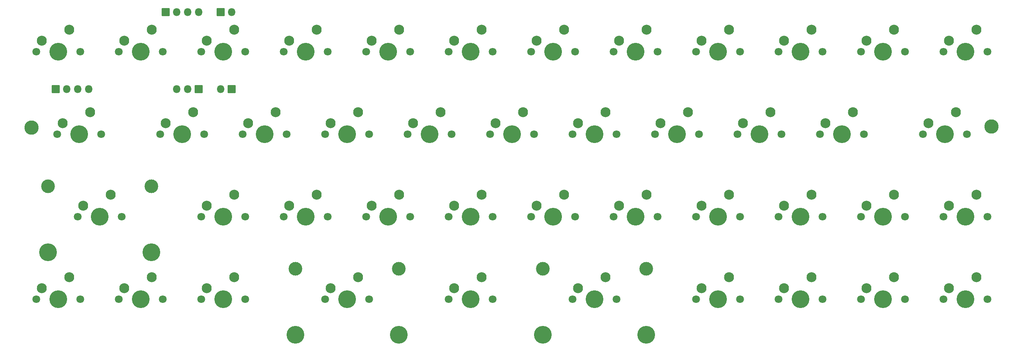
<source format=gts>
G04 #@! TF.GenerationSoftware,KiCad,Pcbnew,(6.0.2-0)*
G04 #@! TF.CreationDate,2022-06-21T21:38:28+10:00*
G04 #@! TF.ProjectId,keyboard-with-attached-pico,6b657962-6f61-4726-942d-776974682d61,1.01*
G04 #@! TF.SameCoordinates,Original*
G04 #@! TF.FileFunction,Soldermask,Top*
G04 #@! TF.FilePolarity,Negative*
%FSLAX46Y46*%
G04 Gerber Fmt 4.6, Leading zero omitted, Abs format (unit mm)*
G04 Created by KiCad (PCBNEW (6.0.2-0)) date 2022-06-21 21:38:28*
%MOMM*%
%LPD*%
G01*
G04 APERTURE LIST*
G04 Aperture macros list*
%AMRoundRect*
0 Rectangle with rounded corners*
0 $1 Rounding radius*
0 $2 $3 $4 $5 $6 $7 $8 $9 X,Y pos of 4 corners*
0 Add a 4 corners polygon primitive as box body*
4,1,4,$2,$3,$4,$5,$6,$7,$8,$9,$2,$3,0*
0 Add four circle primitives for the rounded corners*
1,1,$1+$1,$2,$3*
1,1,$1+$1,$4,$5*
1,1,$1+$1,$6,$7*
1,1,$1+$1,$8,$9*
0 Add four rect primitives between the rounded corners*
20,1,$1+$1,$2,$3,$4,$5,0*
20,1,$1+$1,$4,$5,$6,$7,0*
20,1,$1+$1,$6,$7,$8,$9,0*
20,1,$1+$1,$8,$9,$2,$3,0*%
G04 Aperture macros list end*
%ADD10C,1.802000*%
%ADD11C,4.102000*%
%ADD12C,2.302000*%
%ADD13C,3.302000*%
%ADD14RoundRect,0.051000X0.850000X-0.850000X0.850000X0.850000X-0.850000X0.850000X-0.850000X-0.850000X0*%
%ADD15O,1.802000X1.802000*%
%ADD16C,3.152000*%
%ADD17RoundRect,0.051000X-0.850000X0.850000X-0.850000X-0.850000X0.850000X-0.850000X0.850000X0.850000X0*%
G04 APERTURE END LIST*
D10*
X102235000Y-124920000D03*
D11*
X107315000Y-124920000D03*
D10*
X112395000Y-124920000D03*
D12*
X109855000Y-119840000D03*
X103505000Y-122380000D03*
D13*
X101092000Y-142494000D03*
X322834000Y-142240000D03*
D10*
X131445000Y-124920000D03*
D11*
X126365000Y-124920000D03*
D10*
X121285000Y-124920000D03*
D12*
X128905000Y-119840000D03*
X122555000Y-122380000D03*
D14*
X144780000Y-115824000D03*
D15*
X147320000Y-115824000D03*
D10*
X311785000Y-124920000D03*
X321945000Y-124920000D03*
D11*
X316865000Y-124920000D03*
D12*
X319405000Y-119840000D03*
X313055000Y-122380000D03*
D10*
X187960000Y-143970000D03*
D11*
X193040000Y-143970000D03*
D10*
X198120000Y-143970000D03*
D12*
X195580000Y-138890000D03*
X189230000Y-141430000D03*
D10*
X255270000Y-143970000D03*
X245110000Y-143970000D03*
D11*
X250190000Y-143970000D03*
D12*
X252730000Y-138890000D03*
X246380000Y-141430000D03*
D10*
X292735000Y-163020000D03*
D11*
X297815000Y-163020000D03*
D10*
X302895000Y-163020000D03*
D12*
X300355000Y-157940000D03*
X294005000Y-160480000D03*
D11*
X297815000Y-124920000D03*
D10*
X292735000Y-124920000D03*
X302895000Y-124920000D03*
D12*
X300355000Y-119840000D03*
X294005000Y-122380000D03*
D10*
X178435000Y-124920000D03*
X188595000Y-124920000D03*
D11*
X183515000Y-124920000D03*
D12*
X186055000Y-119840000D03*
X179705000Y-122380000D03*
D10*
X254635000Y-163020000D03*
X264795000Y-163020000D03*
D11*
X259715000Y-163020000D03*
D12*
X262255000Y-157940000D03*
X255905000Y-160480000D03*
D10*
X197485000Y-163020000D03*
X207645000Y-163020000D03*
D11*
X202565000Y-163020000D03*
D12*
X205105000Y-157940000D03*
X198755000Y-160480000D03*
D10*
X274320000Y-143970000D03*
X264160000Y-143970000D03*
D11*
X269240000Y-143970000D03*
D12*
X271780000Y-138890000D03*
X265430000Y-141430000D03*
D10*
X226060000Y-182070000D03*
D11*
X243040000Y-190310000D03*
D16*
X243040000Y-175070000D03*
D11*
X231140000Y-182070000D03*
D10*
X236220000Y-182070000D03*
D16*
X219240000Y-175070000D03*
D11*
X219240000Y-190310000D03*
D12*
X233680000Y-176990000D03*
X227330000Y-179530000D03*
D10*
X283845000Y-124920000D03*
X273685000Y-124920000D03*
D11*
X278765000Y-124920000D03*
D12*
X281305000Y-119840000D03*
X274955000Y-122380000D03*
D11*
X231140000Y-143970000D03*
D10*
X236220000Y-143970000D03*
X226060000Y-143970000D03*
D12*
X233680000Y-138890000D03*
X227330000Y-141430000D03*
D10*
X179070000Y-143970000D03*
X168910000Y-143970000D03*
D11*
X173990000Y-143970000D03*
D12*
X176530000Y-138890000D03*
X170180000Y-141430000D03*
D11*
X135890000Y-143970000D03*
D10*
X130810000Y-143970000D03*
X140970000Y-143970000D03*
D12*
X138430000Y-138890000D03*
X132080000Y-141430000D03*
D14*
X132080000Y-115824000D03*
D15*
X134620000Y-115824000D03*
X137160000Y-115824000D03*
X139700000Y-115824000D03*
D11*
X112077500Y-143970000D03*
D10*
X106997500Y-143970000D03*
X117157500Y-143970000D03*
D12*
X114617500Y-138890000D03*
X108267500Y-141430000D03*
D11*
X183515000Y-163020000D03*
D10*
X188595000Y-163020000D03*
X178435000Y-163020000D03*
D12*
X186055000Y-157940000D03*
X179705000Y-160480000D03*
D11*
X278765000Y-182070000D03*
D10*
X273685000Y-182070000D03*
X283845000Y-182070000D03*
D12*
X281305000Y-176990000D03*
X274955000Y-179530000D03*
D10*
X150495000Y-124920000D03*
D11*
X145415000Y-124920000D03*
D10*
X140335000Y-124920000D03*
D12*
X147955000Y-119840000D03*
X141605000Y-122380000D03*
D10*
X169545000Y-124920000D03*
D11*
X164465000Y-124920000D03*
D10*
X159385000Y-124920000D03*
D12*
X167005000Y-119840000D03*
X160655000Y-122380000D03*
D11*
X212090000Y-143970000D03*
D10*
X217170000Y-143970000D03*
X207010000Y-143970000D03*
D12*
X214630000Y-138890000D03*
X208280000Y-141430000D03*
D10*
X150495000Y-163020000D03*
X140335000Y-163020000D03*
D11*
X145415000Y-163020000D03*
D12*
X147955000Y-157940000D03*
X141605000Y-160480000D03*
D10*
X283210000Y-143970000D03*
X293370000Y-143970000D03*
D11*
X288290000Y-143970000D03*
D12*
X290830000Y-138890000D03*
X284480000Y-141430000D03*
D10*
X149860000Y-143970000D03*
X160020000Y-143970000D03*
D11*
X154940000Y-143970000D03*
D12*
X157480000Y-138890000D03*
X151130000Y-141430000D03*
D10*
X121920000Y-163020000D03*
D11*
X116840000Y-163020000D03*
D16*
X128740000Y-156020000D03*
X104940000Y-156020000D03*
D11*
X104940000Y-171260000D03*
X128740000Y-171260000D03*
D10*
X111760000Y-163020000D03*
D12*
X119380000Y-157940000D03*
X113030000Y-160480000D03*
D17*
X139700000Y-133604000D03*
D15*
X137160000Y-133604000D03*
X134620000Y-133604000D03*
D11*
X240665000Y-124920000D03*
D10*
X235585000Y-124920000D03*
X245745000Y-124920000D03*
D12*
X243205000Y-119840000D03*
X236855000Y-122380000D03*
D10*
X216535000Y-163020000D03*
X226695000Y-163020000D03*
D11*
X221615000Y-163020000D03*
D12*
X224155000Y-157940000D03*
X217805000Y-160480000D03*
D11*
X316865000Y-182070000D03*
D10*
X311785000Y-182070000D03*
X321945000Y-182070000D03*
D12*
X319405000Y-176990000D03*
X313055000Y-179530000D03*
D11*
X259715000Y-124920000D03*
D10*
X254635000Y-124920000D03*
X264795000Y-124920000D03*
D12*
X262255000Y-119840000D03*
X255905000Y-122380000D03*
D10*
X321945000Y-163020000D03*
X311785000Y-163020000D03*
D11*
X316865000Y-163020000D03*
D12*
X319405000Y-157940000D03*
X313055000Y-160480000D03*
D10*
X197485000Y-124920000D03*
D11*
X202565000Y-124920000D03*
D10*
X207645000Y-124920000D03*
D12*
X205105000Y-119840000D03*
X198755000Y-122380000D03*
D17*
X147320000Y-133604000D03*
D15*
X144780000Y-133604000D03*
D10*
X159385000Y-163020000D03*
X169545000Y-163020000D03*
D11*
X164465000Y-163020000D03*
D12*
X167005000Y-157940000D03*
X160655000Y-160480000D03*
D10*
X150495000Y-182070000D03*
D11*
X145415000Y-182070000D03*
D10*
X140335000Y-182070000D03*
D12*
X147955000Y-176990000D03*
X141605000Y-179530000D03*
D10*
X317182500Y-143970000D03*
D11*
X312102500Y-143970000D03*
D10*
X307022500Y-143970000D03*
D12*
X314642500Y-138890000D03*
X308292500Y-141430000D03*
D10*
X235585000Y-163020000D03*
X245745000Y-163020000D03*
D11*
X240665000Y-163020000D03*
D12*
X243205000Y-157940000D03*
X236855000Y-160480000D03*
D10*
X283845000Y-163020000D03*
D11*
X278765000Y-163020000D03*
D10*
X273685000Y-163020000D03*
D12*
X281305000Y-157940000D03*
X274955000Y-160480000D03*
D11*
X202565000Y-182070000D03*
D10*
X197485000Y-182070000D03*
X207645000Y-182070000D03*
D12*
X205105000Y-176990000D03*
X198755000Y-179530000D03*
D10*
X254635000Y-182070000D03*
X264795000Y-182070000D03*
D11*
X259715000Y-182070000D03*
D12*
X262255000Y-176990000D03*
X255905000Y-179530000D03*
D10*
X302895000Y-182070000D03*
D11*
X297815000Y-182070000D03*
D10*
X292735000Y-182070000D03*
D12*
X300355000Y-176990000D03*
X294005000Y-179530000D03*
D10*
X112395000Y-182070000D03*
X102235000Y-182070000D03*
D11*
X107315000Y-182070000D03*
D12*
X109855000Y-176990000D03*
X103505000Y-179530000D03*
D11*
X173990000Y-182070000D03*
D16*
X185890000Y-175070000D03*
X162090000Y-175070000D03*
D10*
X168910000Y-182070000D03*
D11*
X162090000Y-190310000D03*
X185890000Y-190310000D03*
D10*
X179070000Y-182070000D03*
D12*
X176530000Y-176990000D03*
X170180000Y-179530000D03*
D11*
X126365000Y-182070000D03*
D10*
X131445000Y-182070000D03*
X121285000Y-182070000D03*
D12*
X128905000Y-176990000D03*
X122555000Y-179530000D03*
D11*
X221615000Y-124920000D03*
D10*
X216535000Y-124920000D03*
X226695000Y-124920000D03*
D12*
X224155000Y-119840000D03*
X217805000Y-122380000D03*
D17*
X106680000Y-133604000D03*
D15*
X109220000Y-133604000D03*
X111760000Y-133604000D03*
X114300000Y-133604000D03*
M02*

</source>
